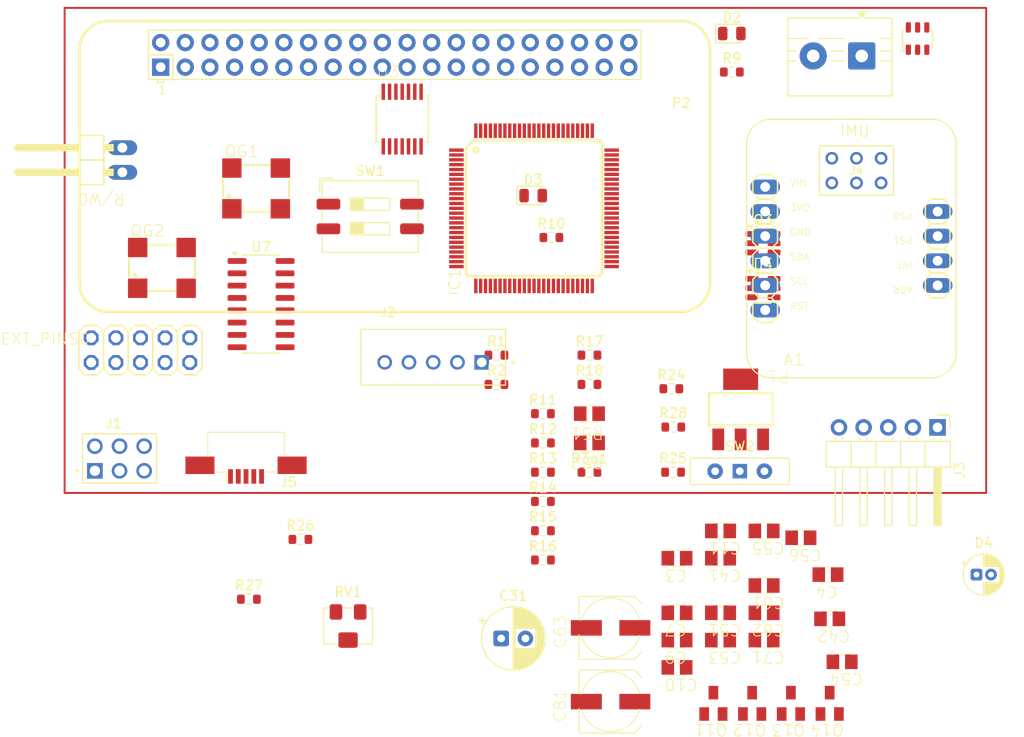
<source format=kicad_pcb>
(kicad_pcb (version 20241229) (generator "pcbnew") (generator_version "9.0")
  (layers (0 "F.Cu" signal) (2 "B.Cu" signal) (13 "F.Paste" user) (15 "B.Paste" user) (5 "F.SilkS" user "F.Silkscreen") (7 "B.SilkS" user "B.Silkscreen") (1 "F.Mask" user) (3 "B.Mask" user) (25 "Edge.Cuts" user))
  (net 0 "")
  (net 2 "/SCL")
  (net 4 "/SDA")
  (net 5 "GND")
  (net 10 "+5V")
  (net 11 "GND_battery")
  (net 12 "+7.5V")
  (net 13 "Net-(D4-K)")
  (net 14 "Net-(U4-EN)")
  (net 15 "Net-(U8-VC)")
  (net 16 "Net-(U8-VDD)")
  (net 17 "Net-(U3-VCCA)")
  (net 18 "Net-(U3-VCCB)")
  (net 19 "/AREF")
  (net 20 "/VCC_BAT")
  (net 21 "Net-(D2-K)")
  (net 22 "Net-(D3-A)")
  (net 23 "/ERW4")
  (net 24 "/ERW8")
  (net 25 "/ERW7")
  (net 26 "/ERW6")
  (net 27 "/ERW1")
  (net 28 "/ERW2")
  (net 29 "/ERW3")
  (net 30 "/ERW5")
  (net 31 "/LED1")
  (net 32 "/{slash}RESET")
  (net 35 "/TMS")
  (net 40 "/SENSOR3")
  (net 42 "/LED_BUILT_IN")
  (net 47 "/MISO")
  (net 49 "/TDI")
  (net 51 "/LED2")
  (net 54 "/TX0")
  (net 56 "/LED4")
  (net 68 "/SCK")
  (net 72 "/LED3")
  (net 73 "/SENSOR1")
  (net 76 "/TCK")
  (net 77 "/MOSI")
  (net 81 "/XTAL1")
  (net 83 "/RX0")
  (net 91 "/SS")
  (net 93 "/SENSOR2")
  (net 95 "Net-(IC1-PK1(ADC9{slash}PCINT17))")
  (net 98 "/TDO")
  (net 106 "/PWM")
  (net 110 "/SS_PI")
  (net 113 "/SCK_PI")
  (net 117 "/MODE")
  (net 124 "/MOSI_PI")
  (net 133 "+3V3")
  (net 134 "/MISO_PI")
  (net 140 "/LED2_PIN")
  (net 141 "/LED3_PIN")
  (net 142 "/LED1_PIN")
  (net 143 "/LED4_PIN")
  (net 145 "/SERVO_PWM")
  (net 146 "Net-(Q3-G2)")
  (net 147 "Net-(Q3-G1)")
  (net 148 "Net-(Q3-S1{slash}D2-Pad2)")
  (net 149 "/R15")
  (net 150 "/R11")
  (net 151 "/R12")
  (net 152 "/R16")
  (net 153 "/R17")
  (net 154 "/R13")
  (net 155 "/R14")
  (net 156 "/R18")
  (net 157 "Net-(QG2-OUT)")
  (net 160 "Net-(U4-FB)")
  (net 161 "Net-(D4-A)")
  (net 167 "Net-(U7-TXD)")
  (net 169 "Net-(J5-D-)")
  (net 172 "Net-(J5-D+)")
  (net 173 "Net-(U7-RXD)")
  (net 176 "Net-(U8-V-)")
  (net 178 "vcc_bat")
  (net 179 "BB")
  (footprint "Resistor_SMD:R_0603_1608Metric" (layer "F.Cu") (at 136.5128 80.8128)
    (property "Reference" "R2" (at 0 -1.43 0) (layer "F.SilkS"))
    (property "Value" "1K")
    (pad "1" smd roundrect (at -0.825 0) (size 0.8 0.95) (layers "F.Cu" "F.Mask" "F.Paste") (net 10 "+5V"))
    (pad "2" smd roundrect (at 0.825 0) (size 0.8 0.95) (layers "F.Cu" "F.Mask" "F.Paste") (net 93 "/SENSOR2"))
  )
  (footprint "Button_Switch_SMD:SW_DIP_SPSTx02_Slide_9.78x7.26mm_W8.61mm_P2.54mm" (layer "F.Cu") (at 123.5 63.5)
    (property "Reference" "SW1" (at 0 -4.69 0) (layer "F.SilkS"))
    (property "Value" "SW_DIP_x02")
    (pad "1" smd roundrect (at -4.305 -1.27) (size 2.44 1.12) (layers "F.Cu" "F.Mask" "F.Paste") (roundrect_rratio 0.223214) (net 17 "Net-(U3-VCCA)"))
    (pad "2" smd roundrect (at -4.305 1.27) (size 2.44 1.12) (layers "F.Cu" "F.Mask" "F.Paste") (roundrect_rratio 0.223214) (net 18 "Net-(U3-VCCB)"))
    (pad "3" smd roundrect (at 4.305 1.27) (size 2.44 1.12) (layers "F.Cu" "F.Mask" "F.Paste") (roundrect_rratio 0.223214) (net 10 "+5V"))
    (pad "4" smd roundrect (at 4.305 -1.27) (size 2.44 1.12) (layers "F.Cu" "F.Mask" "F.Paste") (roundrect_rratio 0.223214) (net 133 "+3V3"))
  )
  (footprint "Resistor_SMD:R_0603_1608Metric" (layer "F.Cu") (at 146.1 89.8632)
    (property "Reference" "R3o1" (at 0 -1.43 0) (layer "F.SilkS"))
    (property "Value" "1K")
    (pad "1" smd roundrect (at -0.825 0) (size 0.8 0.95) (layers "F.Cu" "F.Mask" "F.Paste") (net 10 "+5V"))
    (pad "2" smd roundrect (at 0.825 0) (size 0.8 0.95) (layers "F.Cu" "F.Mask" "F.Paste") (net 40 "/SENSOR3"))
  )
  (footprint "footprints_vehicle_pcb:C0805_10681391" (layer "F.Cu") (at 155.127 107.1712)
    (property "Reference" "C9" (at -1.34975 2.438 180) (layer "F.SilkS") (effects (font (size 1.176528 1.176528) (thickness 0.093472)) (justify right top)))
    (property "Value" "100nF" (hide yes))
    (pad "1" smd rect (at -0.95 0) (size 1.3 1.5) (layers "F.Cu" "F.Mask" "F.Paste") (net 15 "Net-(U8-VC)"))
    (pad "2" smd rect (at 0.95 0) (size 1.3 1.5) (layers "F.Cu" "F.Mask" "F.Paste") (net 11 "GND_battery"))
  )
  (footprint "footprints_vehicle_pcb:C0805_10681391" (layer "F.Cu") (at 155.127 104.3576)
    (property "Reference" "C7" (at -1.34975 2.438 180) (layer "F.SilkS") (effects (font (size 1.176528 1.176528) (thickness 0.093472)) (justify right top)))
    (property "Value" "220uF" (hide yes))
    (pad "1" smd rect (at -0.95 0) (size 1.3 1.5) (layers "F.Cu" "F.Mask" "F.Paste") (net 11 "GND_battery"))
    (pad "2" smd rect (at 0.95 0) (size 1.3 1.5) (layers "F.Cu" "F.Mask" "F.Paste") (net 14 "Net-(U4-EN)"))
  )
  (footprint "footprints_vehicle_pcb:C0805_10681391" (layer "F.Cu") (at 155.127 98.7304)
    (property "Reference" "C3" (at -1.34975 2.438 180) (layer "F.SilkS") (effects (font (size 1.176528 1.176528) (thickness 0.093472)) (justify right top)))
    (property "Value" "10uF" (hide yes))
    (pad "1" smd rect (at -0.95 0) (size 1.3 1.5) (layers "F.Cu" "F.Mask" "F.Paste") (net 12 "+7.5V"))
    (pad "2" smd rect (at 0.95 0) (size 1.3 1.5) (layers "F.Cu" "F.Mask" "F.Paste") (net 11 "GND_battery"))
  )
  (footprint "footprints_vehicle_pcb:C0805_10681391" (layer "F.Cu") (at 170.69 100.42)
    (property "Reference" "C4" (at -1.34975 2.438 180) (layer "F.SilkS") (effects (font (size 1.176528 1.176528) (thickness 0.093472)) (justify right top)))
    (property "Value" "220uF" (hide yes))
    (pad "1" smd rect (at -0.95 0) (size 1.3 1.5) (layers "F.Cu" "F.Mask" "F.Paste") (net 13 "Net-(D4-K)"))
    (pad "2" smd rect (at 0.95 0) (size 1.3 1.5) (layers "F.Cu" "F.Mask" "F.Paste") (net 11 "GND_battery"))
  )
  (footprint "footprints_vehicle_pcb:SOT23_NMOS" (layer "F.Cu") (at 162.8756 113.69)
    (property "Reference" "Q12" (at 1.524 2.032 180) (layer "F.SilkS") (effects (font (size 1.176528 1.176528) (thickness 0.093472)) (justify left bottom)))
    (property "Value" "BSS123" (hide yes))
    (pad "1" smd rect (at -0.95 1.1) (size 1 1.4) (layers "F.Cu" "F.Mask" "F.Paste") (net 151 "/R12"))
    (pad "2" smd rect (at 0.95 1.1) (size 1 1.4) (layers "F.Cu" "F.Mask" "F.Paste") (net 5 "GND"))
    (pad "3" smd rect (at 0 -1.1) (size 1 1.4) (layers "F.Cu" "F.Mask" "F.Paste") (net 152 "/R16"))
  )
  (footprint "footprints_vehicle_pcb:AVR_ISP_6_footprint" (layer "F.Cu") (at 173.63 58.77)
    (property "Reference" "J4" (at 0 0 0) (layer "F.SilkS") (effects (font (size 0.787402 0.787402))))
    (property "Value" "AVR-ISP-6")
    (pad "GND" thru_hole circle (at 2.54 -1.27) (size 1.308 1.308) (drill 0.8) (layers "*.Cu" "*.Mask"))
    (pad "MISO" thru_hole circle (at -2.54 1.27) (size 1.308 1.308) (drill 0.8) (layers "*.Cu" "*.Mask"))
    (pad "MOSI" thru_hole circle (at 0 -1.27) (size 1.308 1.308) (drill 0.8) (layers "*.Cu" "*.Mask"))
    (pad "RST" thru_hole circle (at 2.54 1.27) (size 1.308 1.308) (drill 0.8) (layers "*.Cu" "*.Mask"))
    (pad "SCK" thru_hole circle (at 0 1.27) (size 1.308 1.308) (drill 0.8) (layers "*.Cu" "*.Mask"))
    (pad "VCC" thru_hole circle (at -2.54 -1.27) (size 1.308 1.308) (drill 0.8) (layers "*.Cu" "*.Mask"))
  )
  (footprint "Resistor_SMD:R_0603_1608Metric" (layer "F.Cu") (at 116.305 96.79)
    (property "Reference" "R26" (at 0 -1.43 0) (layer "F.SilkS"))
    (property "Value" "1k")
    (pad "1" smd roundrect (at -0.825 0) (size 0.8 0.95) (layers "F.Cu" "F.Mask" "F.Paste") (net 173 "Net-(U7-RXD)"))
    (pad "2" smd roundrect (at 0.825 0) (size 0.8 0.95) (layers "F.Cu" "F.Mask" "F.Paste") (net 83 "/RX0"))
  )
  (footprint "footprints_vehicle_pcb:C0805_10681391" (layer "F.Cu") (at 164.1046 95.9168)
    (property "Reference" "C55" (at -1.34975 2.438 180) (layer "F.SilkS") (effects (font (size 1.176528 1.176528) (thickness 0.093472)) (justify right top)))
    (property "Value" "100nF" (hide yes))
    (pad "1" smd rect (at -0.95 0) (size 1.3 1.5) (layers "F.Cu" "F.Mask" "F.Paste") (net 10 "+5V"))
    (pad "2" smd rect (at 0.95 0) (size 1.3 1.5) (layers "F.Cu" "F.Mask" "F.Paste") (net 5 "GND"))
  )
  (footprint "Resistor_SMD:R_0603_1608Metric" (layer "F.Cu") (at 141.3064 95.8968)
    (property "Reference" "R15" (at 0 -1.43 0) (layer "F.SilkS"))
    (property "Value" "330")
    (pad "1" smd roundrect (at -0.825 0) (size 0.8 0.95) (layers "F.Cu" "F.Mask" "F.Paste") (net 149 "/R15"))
    (pad "2" smd roundrect (at 0.825 0) (size 0.8 0.95) (layers "F.Cu" "F.Mask" "F.Paste") (net 142 "/LED1_PIN"))
  )
  (footprint "footprints_vehicle_pcb:1X02_90_rpi" (layer "F.Cu") (at 94.14 57.68 90)
    (property "Reference" "R/W0" (at -3.312 4.155 180) (layer "F.SilkS") (effects (font (size 1.17856 1.17856) (thickness 0.09144)) (justify left bottom)))
    (property "Value" "PINHD-1X2/90" (hide yes))
    (pad "1" thru_hole oval (at -1.27 3.81 180) (size 3.048 1.524) (drill 1.016) (layers "*.Cu" "*.Mask") (net 5 "GND"))
    (pad "2" thru_hole oval (at 1.27 3.81 180) (size 3.048 1.524) (drill 1.016) (layers "*.Cu" "*.Mask") (net 117 "/MODE"))
  )
  (footprint "footprints_vehicle_pcb:TQFP100_atmega2560" (layer "F.Cu") (at 140.39 62.66)
    (property "Reference" "IC1" (at -7.507 9.11425 90) (layer "F.SilkS") (effects (font (size 1.176528 1.176528) (thickness 0.093472)) (justify left bottom)))
    (property "Value" "ATMEGAAU" (hide yes))
    (pad "1" smd rect (at -8 -6) (size 1.5 0.35) (layers "F.Cu" "F.Mask" "F.Paste"))
    (pad "2" smd rect (at -8 -5.5) (size 1.5 0.35) (layers "F.Cu" "F.Mask" "F.Paste"))
    (pad "3" smd rect (at -8 -5) (size 1.5 0.35) (layers "F.Cu" "F.Mask" "F.Paste") (net 54 "/TX0"))
    (pad "4" smd rect (at -8 -4.5) (size 1.5 0.35) (layers "F.Cu" "F.Mask" "F.Paste") (net 83 "/RX0"))
    (pad "5" smd rect (at -8 -4) (size 1.5 0.35) (layers "F.Cu" "F.Mask" "F.Paste"))
    (pad "6" smd rect (at -8 -3.5) (size 1.5 0.35) (layers "F.Cu" "F.Mask" "F.Paste"))
    (pad "7" smd rect (at -8 -3) (size 1.5 0.35) (layers "F.Cu" "F.Mask" "F.Paste"))
    (pad "8" smd rect (at -8 -2.5) (size 1.5 0.35) (layers "F.Cu" "F.Mask" "F.Paste") (net 106 "/PWM"))
    (pad "9" smd rect (at -8 -2) (size 1.5 0.35) (layers "F.Cu" "F.Mask" "F.Paste"))
    (pad "10" smd rect (at -8 -1.5) (size 1.5 0.35) (layers "F.Cu" "F.Mask" "F.Paste") (net 10 "+5V"))
    (pad "11" smd rect (at -8 -1) (size 1.5 0.35) (layers "F.Cu" "F.Mask" "F.Paste") (net 5 "GND"))
    (pad "12" smd rect (at -8 -0.5) (size 1.5 0.35) (layers "F.Cu" "F.Mask" "F.Paste"))
    (pad "13" smd rect (at -8 0) (size 1.5 0.35) (layers "F.Cu" "F.Mask" "F.Paste"))
    (pad "14" smd rect (at -8 0.5) (size 1.5 0.35) (layers "F.Cu" "F.Mask" "F.Paste"))
    (pad "15" smd rect (at -8 1) (size 1.5 0.35) (layers "F.Cu" "F.Mask" "F.Paste") (net 30 "/ERW5"))
    (pad "16" smd rect (at -8 1.5) (size 1.5 0.35) (layers "F.Cu" "F.Mask" "F.Paste") (net 26 "/ERW6"))
    (pad "17" smd rect (at -8 2) (size 1.5 0.35) (layers "F.Cu" "F.Mask" "F.Paste") (net 56 "/LED4"))
    (pad "18" smd rect (at -8 2.5) (size 1.5 0.35) (layers "F.Cu" "F.Mask" "F.Paste") (net 72 "/LED3"))
    (pad "19" smd rect (at -8 3) (size 1.5 0.35) (layers "F.Cu" "F.Mask" "F.Paste") (net 91 "/SS"))
    (pad "20" smd rect (at -8 3.5) (size 1.5 0.35) (layers "F.Cu" "F.Mask" "F.Paste") (net 68 "/SCK"))
    (pad "21" smd rect (at -8 4) (size 1.5 0.35) (layers "F.Cu" "F.Mask" "F.Paste") (net 77 "/MOSI"))
    (pad "22" smd rect (at -8 4.5) (size 1.5 0.35) (layers "F.Cu" "F.Mask" "F.Paste") (net 47 "/MISO"))
    (pad "23" smd rect (at -8 5) (size 1.5 0.35) (layers "F.Cu" "F.Mask" "F.Paste") (net 24 "/ERW8"))
    (pad "24" smd rect (at -8 5.5) (size 1.5 0.35) (layers "F.Cu" "F.Mask" "F.Paste") (net 25 "/ERW7"))
    (pad "25" smd rect (at -8 6) (size 1.5 0.35) (layers "F.Cu" "F.Mask" "F.Paste") (net 42 "/LED_BUILT_IN"))
    (pad "26" smd rect (at -6 8) (size 0.35 1.5) (layers "F.Cu" "F.Mask" "F.Paste") (net 31 "/LED1"))
    (pad "27" smd rect (at -5.5 8) (size 0.35 1.5) (layers "F.Cu" "F.Mask" "F.Paste") (net 51 "/LED2"))
    (pad "28" smd rect (at -5 8) (size 0.35 1.5) (layers "F.Cu" "F.Mask" "F.Paste"))
    (pad "29" smd rect (at -4.5 8) (size 0.35 1.5) (layers "F.Cu" "F.Mask" "F.Paste"))
    (pad "30" smd rect (at -4 8) (size 0.35 1.5) (layers "F.Cu" "F.Mask" "F.Paste") (net 32 "/{slash}RESET"))
    (pad "31" smd rect (at -3.5 8) (size 0.35 1.5) (layers "F.Cu" "F.Mask" "F.Paste") (net 10 "+5V"))
    (pad "32" smd rect (at -3 8) (size 0.35 1.5) (layers "F.Cu" "F.Mask" "F.Paste") (net 5 "GND"))
    (pad "33" smd rect (at -2.5 8) (size 0.35 1.5) (layers "F.Cu" "F.Mask" "F.Paste"))
    (pad "34" smd rect (at -2 8) (size 0.35 1.5) (layers "F.Cu" "F.Mask" "F.Paste") (net 81 "/XTAL1"))
    (pad "35" smd rect (at -1.5 8) (size 0.35 1.5) (layers "F.Cu" "F.Mask" "F.Paste"))
    (pad "36" smd rect (at -1 8) (size 0.35 1.5) (layers "F.Cu" "F.Mask" "F.Paste"))
    (pad "37" smd rect (at -0.5 8) (size 0.35 1.5) (layers "F.Cu" "F.Mask" "F.Paste"))
    (pad "38" smd rect (at 0 8) (size 0.35 1.5) (layers "F.Cu" "F.Mask" "F.Paste"))
    (pad "39" smd rect (at 0.5 8) (size 0.35 1.5) (layers "F.Cu" "F.Mask" "F.Paste"))
    (pad "40" smd rect (at 1 8) (size 0.35 1.5) (layers "F.Cu" "F.Mask" "F.Paste"))
    (pad "41" smd rect (at 1.5 8) (size 0.35 1.5) (layers "F.Cu" "F.Mask" "F.Paste"))
    (pad "42" smd rect (at 2 8) (size 0.35 1.5) (layers "F.Cu" "F.Mask" "F.Paste"))
    (pad "43" smd rect (at 2.5 8) (size 0.35 1.5) (layers "F.Cu" "F.Mask" "F.Paste") (net 2 "/SCL"))
    (pad "44" smd rect (at 3 8) (size 0.35 1.5) (layers "F.Cu" "F.Mask" "F.Paste") (net 4 "/SDA"))
    (pad "45" smd rect (at 3.5 8) (size 0.35 1.5) (layers "F.Cu" "F.Mask" "F.Paste"))
    (pad "46" smd rect (at 4 8) (size 0.35 1.5) (layers "F.Cu" "F.Mask" "F.Paste"))
    (pad "47" smd rect (at 4.5 8) (size 0.35 1.5) (layers "F.Cu" "F.Mask" "F.Paste"))
    (pad "48" smd rect (at 5 8) (size 0.35 1.5) (layers "F.Cu" "F.Mask" "F.Paste"))
    (pad "49" smd rect (at 5.5 8) (size 0.35 1.5) (layers "F.Cu" "F.Mask" "F.Paste"))
    (pad "50" smd rect (at 6 8) (size 0.35 1.5) (layers "F.Cu" "F.Mask" "F.Paste"))
    (pad "51" smd rect (at 8 6) (size 1.5 0.35) (layers "F.Cu" "F.Mask" "F.Paste"))
    (pad "52" smd rect (at 8 5.5) (size 1.5 0.35) (layers "F.Cu" "F.Mask" "F.Paste"))
    (pad "53" smd rect (at 8 5) (size 1.5 0.35) (layers "F.Cu" "F.Mask" "F.Paste"))
    (pad "54" smd rect (at 8 4.5) (size 1.5 0.35) (layers "F.Cu" "F.Mask" "F.Paste"))
    (pad "55" smd rect (at 8 4) (size 1.5 0.35) (layers "F.Cu" "F.Mask" "F.Paste"))
    (pad "56" smd rect (at 8 3.5) (size 1.5 0.35) (layers "F.Cu" "F.Mask" "F.Paste"))
    (pad "57" smd rect (at 8 3) (size 1.5 0.35) (layers "F.Cu" "F.Mask" "F.Paste"))
    (pad "58" smd rect (at 8 2.5) (size 1.5 0.35) (layers "F.Cu" "F.Mask" "F.Paste"))
    (pad "59" smd rect (at 8 2) (size 1.5 0.35) (layers "F.Cu" "F.Mask" "F.Paste"))
    (pad "60" smd rect (at 8 1.5) (size 1.5 0.35) (layers "F.Cu" "F.Mask" "F.Paste"))
    (pad "61" smd rect (at 8 1) (size 1.5 0.35) (layers "F.Cu" "F.Mask" "F.Paste") (net 10 "+5V"))
    (pad "62" smd rect (at 8 0.5) (size 1.5 0.35) (layers "F.Cu" "F.Mask" "F.Paste") (net 5 "GND"))
    (pad "63" smd rect (at 8 0) (size 1.5 0.35) (layers "F.Cu" "F.Mask" "F.Paste"))
    (pad "64" smd rect (at 8 -0.5) (size 1.5 0.35) (layers "F.Cu" "F.Mask" "F.Paste"))
    (pad "65" smd rect (at 8 -1) (size 1.5 0.35) (layers "F.Cu" "F.Mask" "F.Paste"))
    (pad "66" smd rect (at 8 -1.5) (size 1.5 0.35) (layers "F.Cu" "F.Mask" "F.Paste"))
    (pad "67" smd rect (at 8 -2) (size 1.5 0.35) (layers "F.Cu" "F.Mask" "F.Paste"))
    (pad "68" smd rect (at 8 -2.5) (size 1.5 0.35) (layers "F.Cu" "F.Mask" "F.Paste"))
    (pad "69" smd rect (at 8 -3) (size 1.5 0.35) (layers "F.Cu" "F.Mask" "F.Paste"))
    (pad "70" smd rect (at 8 -3.5) (size 1.5 0.35) (layers "F.Cu" "F.Mask" "F.Paste"))
    (pad "71" smd rect (at 8 -4) (size 1.5 0.35) (layers "F.Cu" "F.Mask" "F.Paste") (net 27 "/ERW1"))
    (pad "72" smd rect (at 8 -4.5) (size 1.5 0.35) (layers "F.Cu" "F.Mask" "F.Paste") (net 28 "/ERW2"))
    (pad "73" smd rect (at 8 -5) (size 1.5 0.35) (layers "F.Cu" "F.Mask" "F.Paste") (net 29 "/ERW3"))
    (pad "74" smd rect (at 8 -5.5) (size 1.5 0.35) (layers "F.Cu" "F.Mask" "F.Paste") (net 23 "/ERW4"))
    (pad "75" smd rect (at 8 -6) (size 1.5 0.35) (layers "F.Cu" "F.Mask" "F.Paste"))
    (pad "76" smd rect (at 6 -8) (size 0.35 1.5) (layers "F.Cu" "F.Mask" "F.Paste"))
    (pad "77" smd rect (at 5.5 -8) (size 0.35 1.5) (layers "F.Cu" "F.Mask" "F.Paste"))
    (pad "78" smd rect (at 5 -8) (size 0.35 1.5) (layers "F.Cu" "F.Mask" "F.Paste"))
    (pad "79" smd rect (at 4.5 -8) (size 0.35 1.5) (layers "F.Cu" "F.Mask" "F.Paste"))
    (pad "80" smd rect (at 4 -8) (size 0.35 1.5) (layers "F.Cu" "F.Mask" "F.Paste") (net 10 "+5V"))
    (pad "81" smd rect (at 3.5 -8) (size 0.35 1.5) (layers "F.Cu" "F.Mask" "F.Paste") (net 5 "GND"))
    (pad "82" smd rect (at 3 -8) (size 0.35 1.5) (layers "F.Cu" "F.Mask" "F.Paste"))
    (pad "83" smd rect (at 2.5 -8) (size 0.35 1.5) (layers "F.Cu" "F.Mask" "F.Paste"))
    (pad "84" smd rect (at 2 -8) (size 0.35 1.5) (layers "F.Cu" "F.Mask" "F.Paste"))
    (pad "85" smd rect (at 1.5 -8) (size 0.35 1.5) (layers "F.Cu" "F.Mask" "F.Paste") (net 73 "/SENSOR1"))
    (pad "86" smd rect (at 1 -8) (size 0.35 1.5) (layers "F.Cu" "F.Mask" "F.Paste") (net 93 "/SENSOR2"))
    (pad "87" smd rect (at 0.5 -8) (size 0.35 1.5) (layers "F.Cu" "F.Mask" "F.Paste") (net 40 "/SENSOR3"))
    (pad "88" smd rect (at 0 -8) (size 0.35 1.5) (layers "F.Cu" "F.Mask" "F.Paste") (net 95 "Net-(IC1-PK1(ADC9{slash}PCINT17))"))
    (pad "89" smd rect (at -0.5 -8) (size 0.35 1.5) (layers "F.Cu" "F.Mask" "F.Paste"))
    (pad "90" smd rect (at -1 -8) (size 0.35 1.5) (layers "F.Cu" "F.Mask" "F.Paste") (net 49 "/TDI"))
    (pad "91" smd rect (at -1.5 -8) (size 0.35 1.5) (layers "F.Cu" "F.Mask" "F.Paste") (net 98 "/TDO"))
    (pad "92" smd rect (at -2 -8) (size 0.35 1.5) (layers "F.Cu" "F.Mask" "F.Paste") (net 35 "/TMS"))
    (pad "93" smd rect (at -2.5 -8) (size 0.35 1.5) (layers "F.Cu" "F.Mask" "F.Paste") (net 76 "/TCK"))
    (pad "94" smd rect (at -3 -8) (size 0.35 1.5) (layers "F.Cu" "F.Mask" "F.Paste"))
    (pad "95" smd rect (at -3.5 -8) (size 0.35 1.5) (layers "F.Cu" "F.Mask" "F.Paste"))
    (pad "96" smd rect (at -4 -8) (size 0.35 1.5) (layers "F.Cu" "F.Mask" "F.Paste"))
    (pad "97" smd rect (at -4.5 -8) (size 0.35 1.5) (layers "F.Cu" "F.Mask" "F.Paste"))
    (pad "98" smd rect (at -5 -8) (size 0.35 1.5) (layers "F.Cu" "F.Mask" "F.Paste") (net 19 "/AREF"))
    (pad "99" smd rect (at -5.5 -8) (size 0.35 1.5) (layers "F.Cu" "F.Mask" "F.Paste") (net 5 "GND"))
    (pad "100" smd rect (at -6 -8) (size 0.35 1.5) (layers "F.Cu" "F.Mask" "F.Paste") (net 10 "+5V"))
  )
  (footprint "footprints_vehicle_pcb:C0805_10681391" (layer "F.Cu") (at 164.1046 101.544)
    (property "Reference" "C61" (at -1.34975 2.438 180) (layer "F.SilkS") (effects (font (size 1.176528 1.176528) (thickness 0.093472)) (justify right top)))
    (property "Value" "100nF" (hide yes))
    (pad "1" smd rect (at -0.95 0) (size 1.3 1.5) (layers "F.Cu" "F.Mask" "F.Paste") (net 178 "vcc_bat"))
    (pad "2" smd rect (at 0.95 0) (size 1.3 1.5) (layers "F.Cu" "F.Mask" "F.Paste") (net 5 "GND"))
  )
  (footprint "Resistor_SMD:R_0603_1608Metric" (layer "F.Cu") (at 154.725 89.8632)
    (property "Reference" "R25" (at 0 -1.43 0) (layer "F.SilkS"))
    (property "Value" "330")
    (pad "1" smd roundrect (at -0.825 0) (size 0.8 0.95) (layers "F.Cu" "F.Mask" "F.Paste") (net 178 "vcc_bat"))
    (pad "2" smd roundrect (at 0.825 0) (size 0.8 0.95) (layers "F.Cu" "F.Mask" "F.Paste") (net 16 "Net-(U8-VDD)"))
  )
  (footprint "Resistor_SMD:R_0603_1608Metric" (layer "F.Cu") (at 154.545 81.26)
    (property "Reference" "R24" (at 0 -1.43 0) (layer "F.SilkS"))
    (property "Value" "1K")
    (pad "1" smd roundrect (at -0.825 0) (size 0.8 0.95) (layers "F.Cu" "F.Mask" "F.Paste") (net 176 "Net-(U8-V-)"))
    (pad "2" smd roundrect (at 0.825 0) (size 0.8 0.95) (layers "F.Cu" "F.Mask" "F.Paste") (net 5 "GND"))
  )
  (footprint "footprints_vehicle_pcb:R0805_10681391" (layer "F.Cu") (at 146.1 83.8296)
    (property "Reference" "R51" (at 1.524 1.3335 180) (layer "F.SilkS") (effects (font (size 1.176528 1.176528) (thickness 0.093472)) (justify left bottom)))
    (property "Value" "10k 0,1%" (hide yes))
    (pad "1" smd rect (at -0.95 0) (size 1.3 1.5) (layers "F.Cu" "F.Mask" "F.Paste") (net 95 "Net-(IC1-PK1(ADC9{slash}PCINT17))"))
    (pad "2" smd rect (at 0.95 0) (size 1.3 1.5) (layers "F.Cu" "F.Mask" "F.Paste") (net 20 "/VCC_BAT"))
  )
  (footprint "LED_SMD:LED_0805_2012Metric" (layer "F.Cu") (at 160.78 44.64)
    (property "Reference" "D2" (at 0 -1.65 0) (layer "F.SilkS"))
    (property "Value" "LED")
    (pad "1" smd roundrect (at -0.9375 0) (size 0.975 1.4) (layers "F.Cu" "F.Mask" "F.Paste") (net 21 "Net-(D2-K)"))
    (pad "2" smd roundrect (at 0.9375 0) (size 0.975 1.4) (layers "F.Cu" "F.Mask" "F.Paste") (net 10 "+5V"))
  )
  (footprint "footprints_vehicle_pcb:C0805_10681391" (layer "F.Cu") (at 164.1046 107.1712)
    (property "Reference" "C71" (at -1.34975 2.438 180) (layer "F.SilkS") (effects (font (size 1.176528 1.176528) (thickness 0.093472)) (justify right top)))
    (property "Value" "10nF" (hide yes))
    (pad "1" smd rect (at -0.95 0) (size 1.3 1.5) (layers "F.Cu" "F.Mask" "F.Paste") (net 5 "GND"))
    (pad "2" smd rect (at 0.95 0) (size 1.3 1.5) (layers "F.Cu" "F.Mask" "F.Paste") (net 10 "+5V"))
  )
  (footprint "Resistor_SMD:R_0603_1608Metric" (layer "F.Cu") (at 160.78 48.61)
    (property "Reference" "R9" (at 0 -1.43 0) (layer "F.SilkS"))
    (property "Value" "330")
    (pad "1" smd roundrect (at -0.825 0) (size 0.8 0.95) (layers "F.Cu" "F.Mask" "F.Paste") (net 21 "Net-(D2-K)"))
    (pad "2" smd roundrect (at 0.825 0) (size 0.8 0.95) (layers "F.Cu" "F.Mask" "F.Paste") (net 5 "GND"))
  )
  (footprint "footprints_vehicle_pcb:UD-6,3X5,8_Electrolytic_CAP" (layer "F.Cu") (at 148.2826 105.9124)
    (property "Reference" "C63" (at -5.8928 -1.3716 90) (layer "F.SilkS") (effects (font (size 1.195222 1.195222) (thickness 0.074778)) (justify right top)))
    (property "Value" "220uF" (hide yes))
    (pad "+" smd rect (at 2.5 0) (size 3.2 1.6) (layers "F.Cu" "F.Mask" "F.Paste") (net 10 "+5V"))
    (pad "-" smd rect (at -2.5 0) (size 3.2 1.6) (layers "F.Cu" "F.Mask" "F.Paste") (net 5 "GND"))
  )
  (footprint "footprints_vehicle_pcb:PinHeader_1x05_P2.54mm_Horizontal" (layer "F.Cu") (at 181.985 85.245 -90)
    (property "Reference" "J3" (at 4.385 -2.27 90) (layer "F.SilkS"))
    (property "Value" "Conn_01x05")
    (pad "1" thru_hole rect (at 0 0 270) (size 1.7 1.7) (drill 1) (layers "*.Cu" "*.Mask") (net 145 "/SERVO_PWM"))
    (pad "2" thru_hole oval (at 0 2.54 270) (size 1.7 1.7) (drill 1) (layers "*.Cu" "*.Mask") (net 178 "vcc_bat"))
    (pad "3" thru_hole oval (at 0 5.08 270) (size 1.7 1.7) (drill 1) (layers "*.Cu" "*.Mask") (net 5 "GND"))
    (pad "4" thru_hole oval (at 0 7.62 270) (size 1.7 1.7) (drill 1) (layers "*.Cu" "*.Mask") (net 5 "GND"))
    (pad "5" thru_hole oval (at 0 10.16 270) (size 1.7 1.7) (drill 1) (layers "*.Cu" "*.Mask") (net 106 "/PWM"))
  )
  (footprint "Resistor_SMD:R_0603_1608Metric" (layer "F.Cu") (at 141.3064 89.8632)
    (property "Reference" "R13" (at 0 -1.43 0) (layer "F.SilkS"))
    (property "Value" "180")
    (pad "1" smd roundrect (at -0.825 0) (size 0.8 0.95) (layers "F.Cu" "F.Mask" "F.Paste") (net 72 "/LED3"))
    (pad "2" smd roundrect (at 0.825 0) (size 0.8 0.95) (layers "F.Cu" "F.Mask" "F.Paste") (net 154 "/R13"))
  )
  (footprint "footprints_vehicle_pcb:C0805_10681391" (layer "F.Cu") (at 155.127 109.9848)
    (property "Reference" "C10" (at -1.34975 2.438 180) (layer "F.SilkS") (effects (font (size 1.176528 1.176528) (thickness 0.093472)) (justify right top)))
    (property "Value" "10nF" (hide yes))
    (pad "1" smd rect (at -0.95 0) (size 1.3 1.5) (layers "F.Cu" "F.Mask" "F.Paste") (net 5 "GND"))
    (pad "2" smd rect (at 0.95 0) (size 1.3 1.5) (layers "F.Cu" "F.Mask" "F.Paste") (net 10 "+5V"))
  )
  (footprint "Capacitor_THT:CP_Radial_D6.3mm_P2.50mm" (layer "F.Cu") (at 137 107)
    (property "Reference" "C31" (at 1.25 -4.4 0) (layer "F.SilkS"))
    (property "Value" "220uF")
    (pad "1" thru_hole roundrect (at 0 0) (size 1.6 1.6) (drill 0.8) (layers "*.Cu" "*.Mask") (roundrect_rratio 0.15625))
    (pad "2" thru_hole circle (at 2.5 0) (size 1.6 1.6) (drill 0.8) (layers "*.Cu" "*.Mask"))
  )
  (footprint "footprints_vehicle_pcb:C0805_10681391" (layer "F.Cu") (at 167.9 96.62)
    (property "Reference" "C56" (at -1.34975 2.438 180) (layer "F.SilkS") (effects (font (size 1.176528 1.176528) (thickness 0.093472)) (justify right top)))
    (property "Value" "100nF" (hide yes))
    (pad "1" smd rect (at -0.95 0) (size 1.3 1.5) (layers "F.Cu" "F.Mask" "F.Paste") (net 10 "+5V"))
    (pad "2" smd rect (at 0.95 0) (size 1.3 1.5) (layers "F.Cu" "F.Mask" "F.Paste") (net 5 "GND"))
  )
  (footprint "footprints_vehicle_pcb:C0805_10681391" (layer "F.Cu") (at 159.6158 104.3576)
    (property "Reference" "C51" (at -1.34975 2.438 180) (layer "F.SilkS") (effects (font (size 1.176528 1.176528) (thickness 0.093472)) (justify right top)))
    (property "Value" "100nF" (hide yes))
    (pad "1" smd rect (at -0.95 0) (size 1.3 1.5) (layers "F.Cu" "F.Mask" "F.Paste") (net 19 "/AREF"))
    (pad "2" smd rect (at 0.95 0) (size 1.3 1.5) (layers "F.Cu" "F.Mask" "F.Paste") (net 5 "GND"))
  )
  (footprint "LED_SMD:LED_0805_2012Metric" (layer "F.Cu") (at 140.3025 61.35)
    (property "Reference" "D3" (at 0 -1.65 0) (layer "F.SilkS"))
    (property "Value" "LED")
    (pad "1" smd roundrect (at -0.9375 0) (size 0.975 1.4) (layers "F.Cu" "F.Mask" "F.Paste") (net 5 "GND"))
    (pad "2" smd roundrect (at 0.9375 0) (size 0.975 1.4) (layers "F.Cu" "F.Mask" "F.Paste") (net 22 "Net-(D3-A)"))
  )
  (footprint "footprints_vehicle_pcb:SOT23_NMOS" (layer "F.Cu") (at 170.87 113.69)
    (property "Reference" "Q14" (at 1.524 2.032 180) (layer "F.SilkS") (effects (font (size 1.176528 1.176528) (thickness 0.093472)) (justify left bottom)))
    (property "Value" "BSS123" (hide yes))
    (pad "1" smd rect (at -0.95 1.1) (size 1 1.4) (layers "F.Cu" "F.Mask" "F.Paste") (net 155 "/R14"))
    (pad "2" smd rect (at 0.95 1.1) (size 1 1.4) (layers "F.Cu" "F.Mask" "F.Paste") (net 5 "GND"))
    (pad "3" smd rect (at 0 -1.1) (size 1 1.4) (layers "F.Cu" "F.Mask" "F.Paste") (net 156 "/R18"))
  )
  (footprint "footprints_vehicle_pcb:SM77H_crystal_oscillator" (layer "F.Cu") (at 111.74 60.61)
    (property "Reference" "QG1" (at -3.3195 -3.1435 0) (layer "F.SilkS") (effects (font (size 1.176528 1.176528) (thickness 0.093472)) (justify left bottom)))
    (property "Value" "XO91" (hide yes))
    (pad "1" smd rect (at -2.5 2.1 90) (size 2 2) (layers "F.Cu" "F.Mask" "F.Paste") (net 10 "+5V"))
    (pad "2" smd rect (at 2.5 2.1 90) (size 2 2) (layers "F.Cu" "F.Mask" "F.Paste") (net 5 "GND"))
    (pad "3" smd rect (at 2.5 -2.1 270) (size 2 2) (layers "F.Cu" "F.Mask" "F.Paste") (net 81 "/XTAL1"))
    (pad "4" smd rect (at -2.5 -2.1 270) (size 2 2) (layers "F.Cu" "F.Mask" "F.Paste") (net 10 "+5V"))
  )
  (footprint "Resistor_SMD:R_0603_1608Metric" (layer "F.Cu") (at 154.745 85.21)
    (property "Reference" "R28" (at 0 -1.43 0) (layer "F.SilkS"))
    (property "Value" "330")
    (pad "1" smd roundrect (at -0.825 0) (size 0.8 0.95) (layers "F.Cu" "F.Mask" "F.Paste") (net 179 "BB"))
    (pad "2" smd roundrect (at 0.825 0) (size 0.8 0.95) (layers "F.Cu" "F.Mask" "F.Paste") (net 15 "Net-(U8-VC)"))
  )
  (footprint "Resistor_SMD:R_0603_1608Metric" (layer "F.Cu") (at 141.3064 86.8464)
    (property "Reference" "R12" (at 0 -1.43 0) (layer "F.SilkS"))
    (property "Value" "180")
    (pad "1" smd roundrect (at -0.825 0) (size 0.8 0.95) (layers "F.Cu" "F.Mask" "F.Paste") (net 51 "/LED2"))
    (pad "2" smd roundrect (at 0.825 0) (size 0.8 0.95) (layers "F.Cu" "F.Mask" "F.Paste") (net 151 "/R12"))
  )
  (footprint "footprints_vehicle_pcb:C0805_10681391" (layer "F.Cu") (at 159.6158 107.1712)
    (property "Reference" "C53" (at -1.34975 2.438 180) (layer "F.SilkS") (effects (font (size 1.176528 1.176528) (thickness 0.093472)) (justify right top)))
    (property "Value" "100nF" (hide yes))
    (pad "1" smd rect (at -0.95 0) (size 1.3 1.5) (layers "F.Cu" "F.Mask" "F.Paste") (net 10 "+5V"))
    (pad "2" smd rect (at 0.95 0) (size 1.3 1.5) (layers "F.Cu" "F.Mask" "F.Paste") (net 5 "GND"))
  )
  (footprint "TerminalBlock:TerminalBlock_MaiXu_MX126-5.0-02P_1x02_P5.00mm" (layer "F.Cu") (at 174.17 46.9525 180)
    (property "Reference" "P2" (at 18.6034 -4.8424 0) (layer "F.SilkS"))
    (property "Value" "OSTTE020104")
    (pad "1" thru_hole roundrect (at 0 0 180) (size 2.8 2.8) (drill 1.3) (layers "*.Cu" "*.Mask") (roundrect_rratio 0.089286) (net 178 "vcc_bat"))
    (pad "2" thru_hole circle (at 5 0 180) (size 2.8 2.8) (drill 1.3) (layers "*.Cu" "*.Mask") (net 11 "GND_battery"))
  )
  (footprint "Button_Switch_THT:SW_Slide-03_Wuerth-WS-SLTV_10x2.5x6.4_P2.54mm" (layer "F.Cu") (at 161.6 89.76)
    (property "Reference" "SW2" (at 0 -2.54 0) (layer "F.SilkS"))
    (property "Value" "SW_SPDT_312")
    (pad "1" thru_hole rect (at 0 0) (size 1.5 1.5) (drill 0.8) (layers "*.Cu" "*.Mask"))
    (pad "2" thru_hole circle (at -2.54 0) (size 1.6 1.6) (drill 0.8) (layers "*.Cu" "*.Mask") (net 12 "+7.5V"))
    (pad "3" thru_hole circle (at 2.54 0) (size 1.6 1.6) (drill 0.8) (layers "*.Cu" "*.Mask") (net 178 "vcc_bat"))
  )
  (footprint "footprints_vehicle_pcb:C0805_10681391" (layer "F.Cu") (at 159.6158 98.7304)
    (property "Reference" "C41" (at -1.34975 2.438 180) (layer "F.SilkS") (effects (font (size 1.176528 1.176528) (thickness 0.093472)) (justify right top)))
    (property "Value" "100nF" (hide yes))
    (pad "1" smd rect (at -0.95 0) (size 1.3 1.5) (layers "F.Cu" "F.Mask" "F.Paste") (net 17 "Net-(U3-VCCA)"))
    (pad "2" smd rect (at 0.95 0) (size 1.3 1.5) (layers "F.Cu" "F.Mask" "F.Paste") (net 5 "GND"))
  )
  (footprint "footprints_vehicle_pcb:TXB0104PWR" (layer "F.Cu") (at 126.8 53.46 -90)
    (property "Reference" "U3" (at -4.1656 2.6924 0) (layer "F.SilkS") (effects (font (size 1.198372 1.198372) (thickness 0.071628)) (justify left bottom)))
    (property "Value" "TXB0104PWR" (hide yes))
    (pad "1" smd rect (at -2.8194 -1.95 270) (size 1.6764 0.3556) (layers "F.Cu" "F.Mask" "F.Paste") (net 17 "Net-(U3-VCCA)"))
    (pad "2" smd rect (at -2.8194 -1.3 270) (size 1.6764 0.3556) (layers "F.Cu" "F.Mask" "F.Paste") (net 110 "/SS_PI"))
    (pad "3" smd rect (at -2.8194 -0.65 270) (size 1.6764 0.3556) (layers "F.Cu" "F.Mask" "F.Paste") (net 113 "/SCK_PI"))
    (pad "4" smd rect (at -2.8194 0 270) (size 1.6764 0.3556) (layers "F.Cu" "F.Mask" "F.Paste") (net 124 "/MOSI_PI"))
    (pad "5" smd rect (at -2.8194 0.65 270) (size 1.6764 0.3556) (layers "F.Cu" "F.Mask" "F.Paste") (net 134 "/MISO_PI"))
    (pad "6" smd rect (at -2.8194 1.3 270) (size 1.6764 0.3556) (layers "F.Cu" "F.Mask" "F.Paste"))
    (pad "7" smd rect (at -2.8194 1.95 270) (size 1.6764 0.3556) (layers "F.Cu" "F.Mask" "F.Paste") (net 5 "GND"))
    (pad "8" smd rect (at 2.8194 1.95 270) (size 1.6764 0.3556) (layers "F.Cu" "F.Mask" "F.Paste") (net 133 "+3V3"))
    (pad "9" smd rect (at 2.8194 1.3 270) (size 1.6764 0.3556) (layers "F.Cu" "F.Mask" "F.Paste"))
    (pad "10" smd rect (at 2.8194 0.65 270) (size 1.6764 0.3556) (layers "F.Cu" "F.Mask" "F.Paste") (net 47 "/MISO"))
    (pad "11" smd rect (at 2.8194 0 270) (size 1.6764 0.3556) (layers "F.Cu" "F.Mask" "F.Paste") (net 77 "/MOSI"))
    (pad "12" smd rect (at 2.8194 -0.65 270) (size 1.6764 0.3556) (layers "F.Cu" "F.Mask" "F.Paste") (net 68 "/SCK"))
    (pad "13" smd rect (at 2.8194 -1.3 270) (size 1.6764 0.3556) (layers "F.Cu" "F.Mask" "F.Paste") (net 91 "/SS"))
    (pad "14" smd rect (at 2.8194 -1.95 270) (size 1.6764 0.3556) (layers "F.Cu" "F.Mask" "F.Paste") (net 18 "Net-(U3-VCCB)"))
  )
  (footprint "Potentiometer_SMD:Potentiometer_Bourns_3214W_Vertical" (layer "F.Cu") (at 121.22 105.72)
    (property "Reference" "RV1" (at 0 -3.5 0) (layer "F.SilkS"))
    (property "Value" "R_Potentiometer")
    (pad "1" smd roundrect (at 1.25 -1.45) (size 1.3 1.6) (layers "F.Cu" "F.Mask" "F.Paste") (roundrect_rratio 0.192308) (net 13 "Net-(D4-K)"))
    (pad "2" smd roundrect (at 0 1.45) (size 2 1.6) (layers "F.Cu" "F.Mask" "F.Paste") (roundrect_rratio 0.15625) (net 160 "Net-(U4-FB)"))
    (pad "3" smd roundrect (at -1.25 -1.45) (size 1.3 1.6) (layers "F.Cu" "F.Mask" "F.Paste") (roundrect_rratio 0.192308) (net 160 "Net-(U4-FB)"))
  )
  (footprint "Resistor_SMD:R_0603_1608Metric" (layer "F.Cu") (at 142.18 65.67)
    (property "Reference" "R10" (at 0 -1.43 0) (layer "F.SilkS"))
    (property "Value" "330")
    (pad "1" smd roundrect (at -0.825 0) (size 0.8 0.95) (layers "F.Cu" "F.Mask" "F.Paste") (net 22 "Net-(D3-A)"))
    (pad "2" smd roundrect (at 0.825 0) (size 0.8 0.95) (layers "F.Cu" "F.Mask" "F.Paste") (net 42 "/LED_BUILT_IN"))
  )
  (footprint "footprints_vehicle_pcb:C0805_10681391" (layer "F.Cu") (at 159.6158 95.9168)
    (property "Reference" "C11" (at -1.34975 2.438 180) (layer "F.SilkS") (effects (font (size 1.176528 1.176528) (thickness 0.093472)) (justify right top)))
    (property "Value" "100nF" (hide yes))
    (pad "1" smd rect (at -0.95 0) (size 1.3 1.5) (layers "F.Cu" "F.Mask" "F.Paste") (net 16 "Net-(U8-VDD)"))
    (pad "2" smd rect (at 0.95 0) (size 1.3 1.5) (layers "F.Cu" "F.Mask" "F.Paste") (net 11 "GND_battery"))
  )
  (footprint "footprints_vehicle_pcb:C0805_10681391" (layer "F.Cu") (at 172.15 109.41)
    (property "Reference" "C54" (at -1.34975 2.438 180) (layer "F.SilkS") (effects (font (size 1.176528 1.176528) (thickness 0.093472)) (justify right top)))
    (property "Value" "100nF" (hide yes))
    (pad "1" smd rect (at -0.95 0) (size 1.3 1.5) (layers "F.Cu" "F.Mask" "F.Paste") (net 10 "+5V"))
    (pad "2" smd rect (at 0.95 0) (size 1.3 1.5) (layers "F.Cu" "F.Mask" "F.Paste") (net 5 "GND"))
  )
  (footprint "Resistor_SMD:R_0603_1608Metric" (layer "F.Cu") (at 146.1 80.8128)
    (property "Reference" "R18" (at 0 -1.43 0) (layer "F.SilkS"))
    (property "Value" "330")
    (pad "1" smd roundrect (at -0.825 0) (size 0.8 0.95) (layers "F.Cu" "F.Mask" "F.Paste") (net 156 "/R18"))
    (pad "2" smd roundrect (at 0.825 0) (size 0.8 0.95) (layers "F.Cu" "F.Mask" "F.Paste") (net 143 "/LED4_PIN"))
  )
  (footprint "footprints_vehicle_pcb:R0805_10681391" (layer "F.Cu") (at 146.1 86.8464)
    (property "Reference" "R52" (at 1.524 1.3335 180) (layer "F.SilkS") (effects (font (size 1.176528 1.176528) (thickness 0.093472)) (justify left bottom)))
    (property "Value" "1k 0,1%" (hide yes))
    (pad "1" smd rect (at -0.95 0) (size 1.3 1.5) (layers "F.Cu" "F.Mask" "F.Paste") (net 5 "GND"))
    (pad "2" smd rect (at 0.95 0) (size 1.3 1.5) (layers "F.Cu" "F.Mask" "F.Paste") (net 95 "Net-(IC1-PK1(ADC9{slash}PCINT17))"))
  )
  (footprint "footprints_vehicle_pcb:UD-6,3X5,8_Electrolytic_CAP" (layer "F.Cu") (at 148.2826 113.514)
    (property "Reference" "C81" (at -5.8928 -1.3716 90) (layer "F.SilkS") (effects (font (size 1.195222 1.195222) (thickness 0.074778)) (justify right top)))
    (property "Value" "220uF" (hide yes))
    (pad "+" smd rect (at 2.5 0) (size 3.2 1.6) (layers "F.Cu" "F.Mask" "F.Paste") (net 178 "vcc_bat"))
    (pad "-" smd rect (at -2.5 0) (size 3.2 1.6) (layers "F.Cu" "F.Mask" "F.Paste") (net 11 "GND_battery"))
  )
  (footprint "Resistor_SMD:R_0603_1608Metric" (layer "F.Cu") (at 146.1 77.796)
    (property "Reference" "R17" (at 0 -1.43 0) (layer "F.SilkS"))
    (property "Value" "330")
    (pad "1" smd roundrect (at -0.825 0) (size 0.8 0.95) (layers "F.Cu" "F.Mask" "F.Paste") (net 153 "/R17"))
    (pad "2" smd roundrect (at 0.825 0) (size 0.8 0.95) (layers "F.Cu" "F.Mask" "F.Paste") (net 141 "/LED3_PIN"))
  )
  (footprint "footprints_vehicle_pcb:SOT223_ncp1117" (layer "F.Cu") (at 161.69 83.38)
    (property "Reference" "P1" (at 2.667 -2.667 180) (layer "F.SilkS") (effects (font (size 1.210178 1.210178) (thickness 0.059822)) (justify right top)))
    (property "Value" "NCP1117" (hide yes))
    (pad "1" smd rect (at -2.3114 3.0988) (size 1.2192 2.2352) (layers "F.Cu" "F.Mask" "F.Paste") (net 5 "GND"))
    (pad "2" smd rect (at 0 3.0988) (size 1.2192 2.2352) (layers "F.Cu" "F.Mask" "F.Paste") (net 10 "+5V"))
    (pad "3" smd rect (at 2.3114 3.0988) (size 1.2192 2.2352) (layers "F.Cu" "F.Mask" "F.Paste") (net 178 "vcc_bat"))
    (pad "4" smd rect (at 0 -3.099) (size 3.6 2.2) (layers "F.Cu" "F.Mask" "F.Paste") (net 10 "+5V"))
  )
  (footprint "footprints_vehicle_pcb:SM77H_crystal_oscillator" (layer "F.Cu") (at 102.03 68.8)
    (property "Reference" "QG2" (at -3.3195 -3.1435 0) (layer "F.SilkS") (effects (font (size 1.176528 1.176528) (thickness 0.093472)) (justify left bottom)))
    (property "Value" "XO91" (hide yes))
    (pad "1" smd rect (at -2.5 2.1 90) (size 2 2) (layers "F.Cu" "F.Mask" "F.Paste") (net 10 "+5V"))
    (pad "2" smd rect (at 2.5 2.1 90) (size 2 2) (layers "F.Cu" "F.Mask" "F.Paste") (net 5 "GND"))
    (pad "3" smd rect (at 2.5 -2.1 270) (size 2 2) (layers "F.Cu" "F.Mask" "F.Paste") (net 157 "Net-(QG2-OUT)"))
    (pad "4" smd rect (at -2.5 -2.1 270) (size 2 2) (layers "F.Cu" "F.Mask" "F.Paste") (net 10 "+5V"))
  )
  (footprint "footprints_vehicle_pcb:SOT23_NMOS" (layer "F.Cu") (at 158.8784 113.69)
    (property "Reference" "Q11" (at 1.524 2.032 180) (layer "F.SilkS") (effects (font (size 1.176528 1.176528) (thickness 0.093472)) (justify left bottom)))
    (property "Value" "BSS123" (hide yes))
    (pad "1" smd rect (at -0.95 1.1) (size 1 1.4) (layers "F.Cu" "F.Mask" "F.Paste") (net 150 "/R11"))
    (pad "2" smd rect (at 0.95 1.1) (size 1 1.4) (layers "F.Cu" "F.Mask" "F.Paste") (net 5 "GND"))
    (pad "3" smd rect (at 0 -1.1) (size 1 1.4) (layers "F.Cu" "F.Mask" "F.Paste") (net 149 "/R15"))
  )
  (footprint "Package_TO_SOT_SMD:SOT-23-6" (layer "F.Cu") (at 163.9976 66.26)
    (property "Reference" "Q3" (at 0 -2.4 0) (layer "F.SilkS"))
    (property "Value" "DMG9926UDM")
    (pad "1" smd roundrect (at -1.1375 -0.95) (size 1.325 0.6) (layers "F.Cu" "F.Mask" "F.Paste") (net 5 "GND"))
    (pad "2" smd roundrect (at -1.1375 0) (size 1.325 0.6) (layers "F.Cu" "F.Mask" "F.Paste") (net 148 "Net-(Q3-S1{slash}D2-Pad2)"))
    (pad "3" smd roundrect (at -1.1375 0.95) (size 1.325 0.6) (layers "F.Cu" "F.Mask" "F.Paste") (net 11 "GND_battery"))
    (pad "4" smd roundrect (at 1.1375 0.95) (size 1.325 0.6) (layers "F.Cu" "F.Mask" "F.Paste") (net 146 "Net-(Q3-G2)"))
    (pad "5" smd roundrect (at 1.1375 0) (size 1.325 0.6) (layers "F.Cu" "F.Mask" "F.Paste") (net 148 "Net-(Q3-S1{slash}D2-Pad2)"))
    (pad "6" smd roundrect (at 1.1375 -0.95) (size 1.325 0.6) (layers "F.Cu" "F.Mask" "F.Paste") (net 147 "Net-(Q3-G1)"))
  )
  (footprint "Resistor_SMD:R_0603_1608Metric" (layer "F.Cu") (at 110.995 102.96)
    (property "Reference" "R27" (at 0 -1.43 0) (layer "F.SilkS"))
    (property "Value" "1k")
    (pad "1" smd roundrect (at -0.825 0) (size 0.8 0.95) (layers "F.Cu" "F.Mask" "F.Paste") (net 167 "Net-(U7-TXD)"))
    (pad "2" smd roundrect (at 0.825 0) (size 0.8 0.95) (layers "F.Cu" "F.Mask" "F.Paste") (net 54 "/TX0"))
  )
  (footprint "Resistor_SMD:R_0603_1608Metric" (layer "F.Cu") (at 141.3064 83.8296)
    (property "Reference" "R11" (at 0 -1.43 0) (layer "F.SilkS"))
    (property "Value" "180")
    (pad "1" smd roundrect (at -0.825 0) (size 0.8 0.95) (layers "F.Cu" "F.Mask" "F.Paste") (net 31 "/LED1"))
    (pad "2" smd roundrect (at 0.825 0) (size 0.8 0.95) (layers "F.Cu" "F.Mask" "F.Paste") (net 150 "/R11"))
  )
  (footprint "footprints_vehicle_pcb:C0805_10681391" (layer "F.Cu") (at 170.87 104.98)
    (property "Reference" "C42" (at -1.34975 2.438 180) (layer "F.SilkS") (effects (font (size 1.176528 1.176528) (thickness 0.093472)) (justify right top)))
    (property "Value" "100nF" (hide yes))
    (pad "1" smd rect (at -0.95 0) (size 1.3 1.5) (layers "F.Cu" "F.Mask" "F.Paste") (net 18 "Net-(U3-VCCB)"))
    (pad "2" smd rect (at 0.95 0) (size 1.3 1.5) (layers "F.Cu" "F.Mask" "F.Paste") (net 5 "GND"))
  )
  (footprint "footprints_vehicle_pcb:HARWIN_M20-9980346" (layer "F.Cu") (at 97.66 88.45)
    (property "Reference" "J1" (at -0.595 -3.635 0) (layer "F.SilkS"))
    (property "Value" "Conn_02x03_Counter_Clockwise")
    (pad "1" thru_hole rect (at -2.54 1.27) (size 1.605 1.605) (drill 1.07) (layers "*.Cu" "*.Mask") (net 10 "+5V"))
    (pad "2" thru_hole circle (at -2.54 -1.27) (size 1.605 1.605) (drill 1.07) (layers "*.Cu" "*.Mask") (net 141 "/LED3_PIN"))
    (pad "3" thru_hole circle (at 0 1.27) (size 1.605 1.605) (drill 1.07) (layers "*.Cu" "*.Mask") (net 142 "/LED1_PIN"))
    (pad "4" thru_hole circle (at 0 -1.27) (size 1.605 1.605) (drill 1.07) (layers "*.Cu" "*.Mask") (net 140 "/LED2_PIN"))
    (pad "5" thru_hole circle (at 2.54 1.27) (size 1.605 1.605) (drill 1.07) (layers "*.Cu" "*.Mask") (net 143 "/LED4_PIN"))
    (pad "6" thru_hole circle (at 2.54 -1.27) (size 1.605 1.605) (drill 1.07) (layers "*.Cu" "*.Mask") (net 5 "GND"))
  )
  (footprint "footprints_vehicle_pcb:SOT23_NMOS" (layer "F.Cu") (at 166.8728 113.69)
    (property "Reference" "Q13" (at 1.524 2.032 180) (layer "F.SilkS") (effects (font (size 1.176528 1.176528) (thickness 0.093472)) (justify left bottom)))
    (property "Value" "BSS123" (hide yes))
    (pad "1" smd rect (at -0.95 1.1) (size 1 1.4) (layers "F.Cu" "F.Mask" "F.Paste") (net 154 "/R13"))
    (pad "2" smd rect (at 0.95 1.1) (size 1 1.4) (layers "F.Cu" "F.Mask" "F.Paste") (net 5 "GND"))
    (pad "3" smd rect (at 0 -1.1) (size 1 1.4) (layers "F.Cu" "F.Mask" "F.Paste") (net 153 "/R17"))
  )
  (footprint "footprints_vehicle_pcb:BNO055_IMU" (layer "F.Cu") (at 173.11 66.8)
    (property "Reference" "A1" (at -7.0612 12.1412 0) (layer "F.SilkS") (effects (font (size 1.17856 1.17856) (thickness 0.09144)) (justify left bottom)))
    (property "Value" "BNO055" (hide yes))
    (fp_text user "INT" (at 6.35 1.27 180) (layer "F.SilkS") (effects (font (size 0.70104 0.70104) (thickness 0.06096)) (justify left bottom)))
    (fp_text user "ADR" (at 6.35 3.81 180) (layer "F.SilkS") (effects (font (size 0.70104 0.70104) (thickness 0.06096)) (justify left bottom)))
    (fp_text user "SCL" (at -6.35 3.81 0) (layer "F.SilkS") (effects (font (size 0.70104 0.70104) (thickness 0.06096)) (justify left bottom)))
    (fp_text user "VIN" (at -6.35 -6.35 0) (layer "F.SilkS") (effects (font (size 0.70104 0.70104) (thickness 0.06096)) (justify left bottom)))
    (fp_text user "IMU" (at -1.27 -11.43 0) (layer "F.SilkS") (effects (font (size 1.1684 1.1684) (thickness 0.1016)) (justify left bottom)))
    (fp_text user "PS0" (at 6.35 -3.81 180) (layer "F.SilkS") (effects (font (size 0.70104 0.70104) (thickness 0.06096)) (justify left bottom)))
    (fp_text user "SDA" (at -6.35 1.27 0) (layer "F.SilkS") (effects (font (size 0.70104 0.70104) (thickness 0.06096)) (justify left bottom)))
    (fp_text user "PS1" (at 6.35 -1.27 180) (layer "F.SilkS") (effects (font (size 0.70104 0.70104) (thickness 0.06096)) (justify left bottom)))
    (fp_text user "3VO" (at -6.35 -3.81 0) (layer "F.SilkS") (effects (font (size 0.70104 0.70104) (thickness 0.06096)) (justify left bottom)))
    (fp_text user "RST" (at -6.35 6.35 0) (layer "F.SilkS") (effects (font (size 0.70104 0.70104) (thickness 0.06096)) (justify left bottom)))
    (fp_text user "GND" (at -6.35 -1.27 0) (layer "F.SilkS") (effects (font (size 0.70104 0.70104) (thickness 0.06096)) (justify left bottom)))
    (pad "1" thru_hole oval (at -8.89 -6.35) (size 3.048 1.524) (drill 1.016) (layers "*.Cu" "*.Mask") (net 10 "+5V"))
    (pad "2" thru_hole oval (at -8.89 -3.81) (size 3.048 1.524) (drill 1.016) (layers "*.Cu" "*.Mask"))
    (pad "3" thru_hole oval (at -8.89 -1.27) (size 3.048 1.524) (drill 1.016) (layers "*.Cu" "*.Mask") (net 5 "GND"))
    (pad "4" thru_hole oval (at -8.89 1.27) (size 3.048 1.524) (drill 1.016) (layers "*.Cu" "*.Mask") (net 4 "/SDA"))
    (pad "5" thru_hole oval (at -8.89 3.81) (size 3.048 1.524) (drill 1.016) (layers "*.Cu" "*.Mask") (net 2 "/SCL"))
    (pad "6" thru_hole oval (at -8.89 6.35) (size 3.048 1.524) (drill 1.016) (layers "*.Cu" "*.Mask"))
    (pad "7" thru_hole oval (at 8.89 3.81 180) (size 3.048 1.524) (drill 1.016) (layers "*.Cu" "*.Mask"))
    (pad "8" thru_hole oval (at 8.89 1.27 180) (size 3.048 1.524) (drill 1.016) (layers "*.Cu" "*.Mask"))
    (pad "9" thru_hole oval (at 8.89 -1.27 180) (size 3.048 1.524) (drill 1.016) (layers "*.Cu" "*.Mask"))
    (pad "10" thru_hole oval (at 8.89 -3.81 180) (size 3.048 1.524) (drill 1.016) (layers "*.Cu" "*.Mask"))
  )
  (footprint "Resistor_SMD:R_0603_1608Metric" (layer "F.Cu") (at 136.5128 77.796)
    (property "Reference" "R1" (at 0 -1.43 0) (layer "F.SilkS"))
    (property "Value" "1K")
    (pad "1" smd roundrect (at -0.825 0) (size 0.8 0.95) (layers "F.Cu" "F.Mask" "F.Paste") (net 10 "+5V"))
    (pad "2" smd roundrect (at 0.825 0) (size 0.8 0.95) (layers "F.Cu" "F.Mask" "F.Paste") (net 73 "/SENSOR1"))
  )
  (footprint "Capacitor_THT:CP_Radial_D4.0mm_P1.50mm" (layer "F.Cu") (at 186 100.42)
    (property "Reference" "D4" (at 0.75 -3.25 0) (layer "F.SilkS"))
    (property "Value" "D_Schottky")
    (pad "1" thru_hole roundrect (at 0 0) (size 1.2 1.2) (drill 0.6) (layers "*.Cu" "*.Mask") (roundrect_rratio 0.208333) (net 13 "Net-(D4-K)"))
    (pad "2" thru_hole circle (at 1.5 0) (size 1.2 1.2) (drill 0.6) (layers "*.Cu" "*.Mask") (net 161 "Net-(D4-A)"))
  )
  (footprint "Connector_USB:USB_Mini-B_AdamTech_MUSB-B5-S-VT-TSMT-1_SMD_Vertical" (layer "F.Cu") (at 110.7 88.7 90)
    (property "Reference" "J5" (at -2.18 4.39 0) (layer "F.SilkS"))
    (property "Value" "USB_B_Mini")
    (pad "" np_thru_hole circle (at 1.85 -3 180) (size 1 1) (drill 1) (layers "*.Cu" "*.Mask"))
    (pad "" np_thru_hole circle (at 1.85 3 180) (size 1 1) (drill 1) (layers "*.Cu" "*.Mask"))
    (pad "1" smd rect (at -1.6 -1.6 180) (size 0.5 1.5) (layers "F.Cu" "F.Mask" "F.Paste") (net 10 "+5V"))
    (pad "2" smd rect (at -1.6 -0.8 180) (size 0.5 1.5) (layers "F.Cu" "F.Mask" "F.Paste") (net 169 "Net-(J5-D-)"))
    (pad "3" smd rect (at -1.6 0 180) (size 0.5 1.5) (layers "F.Cu" "F.Mask" "F.Paste") (net 172 "Net-(J5-D+)"))
    (pad "4" smd rect (at -1.6 0.8 180) (size 0.5 1.5) (layers "F.Cu" "F.Mask" "F.Paste"))
    (pad "5" smd rect (at -1.6 1.6 180) (size 0.5 1.5) (layers "F.Cu" "F.Mask" "F.Paste") (net 5 "GND"))
    (pad "6" smd rect (at -0.45 -4.75 180) (size 3 1.8) (layers "F.Cu" "F.Mask" "F.Paste") (net 5 "GND"))
    (pad "6" smd rect (at -0.45 4.75 180) (size 3 1.8) (layers "F.Cu" "F.Mask" "F.Paste") (net 5 "GND"))
  )
  (footprint "footprints_vehicle_pcb:2X05_EXT_PINS" (layer "F.Cu") (at 99.82 77.28)
    (property "Reference" "EXT_PINS0" (at -14.48225 -0.464 0) (layer "F.SilkS") (effects (font (size 1.17856 1.17856) (thickness 0.09144)) (justify left bottom)))
    (property "Value" "PINHD-2X5" (hide yes))
    (pad "1" thru_hole roundrect (at -5.08 1.27) (size 1.524 1.524) (drill 1.016) (layers "*.Cu" "*.Mask") (chamfer_ratio 0.2928932188) (chamfer top_left top_right bottom_left bottom_right) (net 10 "+5V"))
    (pad "2" thru_hole roundrect (at -5.08 -1.27) (size 1.524 1.524) (drill 1.016) (layers "*.Cu" "*.Mask") (chamfer_ratio 0.2928932188) (chamfer top_left top_right bottom_left bottom_right) (net 5 "GND"))
    (pad "3" thru_hole roundrect (at -2.54 1.27) (size 1.524 1.524) (drill 1.016) (layers "*.Cu" "*.Mask") (chamfer_ratio 0.2928932188) (chamfer top_left top_right bottom_left bottom_right) (net 27 "/ERW1"))
    (pad "4" thru_hole roundrect (at -2.54 -1.27) (size 1.524 1.524) (drill 1.016) (layers "*.Cu" "*.Mask") (chamfer_ratio 0.2928932188) (chamfer top_left top_right bottom_left bottom_right) (net 30 "/ERW5"))
    (pad "5" thru_hole roundrect (at 0 1.27) (size 1.524 1.524) (drill 1.016) (layers "*.Cu" "*.Mask") (chamfer_ratio 0.2928932188) (chamfer top_left top_right bottom_left bottom_right) (net 28 "/ERW2"))
    (pad "6" thru_hole roundrect (at 0 -1.27) (size 1.524 1.524) (drill 1.016) (layers "*.Cu" "*.Mask") (chamfer_ratio 0.2928932188) (chamfer top_left top_right bottom_left bottom_right) (net 26 "/ERW6"))
    (pad "7" thru_hole roundrect (at 2.54 1.27) (size 1.524 1.524) (drill 1.016) (layers "*.Cu" "*.Mask") (chamfer_ratio 0.2928932188) (chamfer top_left top_right bottom_left bottom_right) (net 29 "/ERW3"))
    (pad "8" thru_hole roundrect (at 2.54 -1.27) (size 1.524 1.524) (drill 1.016) (layers "*.Cu" "*.Mask") (chamfer_ratio 0.2928932188) (chamfer top_left top_right bottom_left bottom_right) (net 25 "/ERW7"))
    (pad "9" thru_hole roundrect (at 5.08 1.27) (size 1.524 1.524) (drill 1.016) (layers "*.Cu" "*.Mask") (chamfer_ratio 0.2928932188) (chamfer top_left top_right bottom_left bottom_right) (net 23 "/ERW4"))
    (pad "10" thru_hole roundrect (at 5.08 -1.27) (size 1.524 1.524) (drill 1.016) (layers "*.Cu" "*.Mask") (chamfer_ratio 0.2928932188) (chamfer top_left top_right bottom_left bottom_right) (net 24 "/ERW8"))
  )
  (footprint "Resistor_SMD:R_0603_1608Metric" (layer "F.Cu") (at 141.3064 98.9136)
    (property "Reference" "R16" (at 0 -1.43 0) (layer "F.SilkS"))
    (property "Value" "330")
    (pad "1" smd roundrect (at -0.825 0) (size 0.8 0.95) (layers "F.Cu" "F.Mask" "F.Paste") (net 152 "/R16"))
    (pad "2" smd roundrect (at 0.825 0) (size 0.8 0.95) (layers "F.Cu" "F.Mask" "F.Paste") (net 140 "/LED2_PIN"))
  )
  (footprint "footprints_vehicle_pcb:C0805_10681391" (layer "F.Cu") (at 164.1046 104.3576)
    (property "Reference" "C62" (at -1.34975 2.438 180) (layer "F.SilkS") (effects (font (size 1.176528 1.176528) (thickness 0.093472)) (justify right top)))
    (property "Value" "100nF" (hide yes))
    (pad "1" smd rect (at -0.95 0) (size 1.3 1.5) (layers "F.Cu" "F.Mask" "F.Paste") (net 10 "+5V"))
    (pad "2" smd rect (at 0.95 0) (size 1.3 1.5) (layers "F.Cu" "F.Mask" "F.Paste") (net 5 "GND"))
  )
  (footprint "footprints_vehicle_pcb:rpi_zero_w" (layer "F.Cu") (at 93.53 73.34)
    (property "Reference" "IC2" (hide yes))
    (property "Value" "RPI-ZERO" (hide yes))
    (fp_text user "1" (at 8.0525 -22.3725 0) (layer "F.SilkS") (effects (font (size 0.9144 0.9144) (thickness 0.1016)) (justify left bottom)))
    (pad "1" thru_hole rect (at 8.37 -25.23) (size 1.778 1.778) (drill 1) (layers "*.Cu" "*.Mask") (net 133 "+3V3"))
    (pad "2" thru_hole circle (at 8.37 -27.77) (size 1.778 1.778) (drill 1) (layers "*.Cu" "*.Mask") (net 10 "+5V"))
    (pad "3" thru_hole circle (at 10.91 -25.23) (size 1.778 1.778) (drill 1) (layers "*.Cu" "*.Mask"))
    (pad "4" thru_hole circle (at 10.91 -27.77) (size 1.778 1.778) (drill 1) (layers "*.Cu" "*.Mask") (net 10 "+5V"))
    (pad "5" thru_hole circle (at 13.45 -25.23) (size 1.778 1.778) (drill 1) (layers "*.Cu" "*.Mask"))
    (pad "6" thru_hole circle (at 13.45 -27.77) (size 1.778 1.778) (drill 1) (layers "*.Cu" "*.Mask") (net 5 "GND"))
    (pad "7" thru_hole circle (at 15.99 -25.23) (size 1.778 1.778) (drill 1) (layers "*.Cu" "*.Mask"))
    (pad "8" thru_hole circle (at 15.99 -27.77) (size 1.778 1.778) (drill 1) (layers "*.Cu" "*.Mask"))
    (pad "9" thru_hole circle (at 18.53 -25.23) (size 1.778 1.778) (drill 1) (layers "*.Cu" "*.Mask") (net 5 "GND"))
    (pad "10" thru_hole circle (at 18.53 -27.77) (size 1.778 1.778) (drill 1) (layers "*.Cu" "*.Mask"))
    (pad "11" thru_hole circle (at 21.07 -25.23) (size 1.778 1.778) (drill 1) (layers "*.Cu" "*.Mask"))
    (pad "12" thru_hole circle (at 21.07 -27.77) (size 1.778 1.778) (drill 1) (layers "*.Cu" "*.Mask"))
    (pad "13" thru_hole circle (at 23.61 -25.23) (size 1.778 1.778) (drill 1) (layers "*.Cu" "*.Mask"))
    (pad "14" thru_hole circle (at 23.61 -27.77) (size 1.778 1.778) (drill 1) (layers "*.Cu" "*.Mask") (net 5 "GND"))
    (pad "15" thru_hole circle (at 26.15 -25.23) (size 1.778 1.778) (drill 1) (layers "*.Cu" "*.Mask"))
    (pad "16" thru_hole circle (at 26.15 -27.77) (size 1.778 1.778) (drill 1) (layers "*.Cu" "*.Mask"))
    (pad "17" thru_hole circle (at 28.69 -25.23) (size 1.778 1.778) (drill 1) (layers "*.Cu" "*.Mask"))
    (pad "18" thru_hole circle (at 28.69 -27.77) (size 1.778 1.778) (drill 1) (layers "*.Cu" "*.Mask"))
    (pad "19" thru_hole circle (at 31.23 -25.23) (size 1.778 1.778) (drill 1) (layers "*.Cu" "*.Mask") (net 124 "/MOSI_PI"))
    (pad "20" thru_hole circle (at 31.23 -27.77) (size 1.778 1.778) (drill 1) (layers "*.Cu" "*.Mask") (net 5 "GND"))
    (pad "21" thru_hole circle (at 33.77 -25.23) (size 1.778 1.778) (drill 1) (layers "*.Cu" "*.Mask") (net 134 "/MISO_PI"))
    (pad "22" thru_hole circle (at 33.77 -27.77) (size 1.778 1.778) (drill 1) (layers "*.Cu" "*.Mask"))
    (pad "23" thru_hole circle (at 36.31 -25.23) (size 1.778 1.778) (drill 1) (layers "*.Cu" "*.Mask") (net 113 "/SCK_PI"))
    (pad "24" thru_hole circle (at 36.31 -27.77) (size 1.778 1.778) (drill 1) (layers "*.Cu" "*.Mask") (net 110 "/SS_PI"))
    (pad "25" thru_hole circle (at 38.85 -25.23) (size 1.778 1.778) (drill 1) (layers "*.Cu" "*.Mask") (net 5 "GND"))
    (pad "26" thru_hole circle (at 38.85 -27.77) (size 1.778 1.778) (drill 1) (layers "*.Cu" "*.Mask"))
    (pad "27" thru_hole circle (at 41.39 -25.23) (size 1.778 1.778) (drill 1) (layers "*.Cu" "*.Mask"))
    (pad "28" thru_hole circle (at 41.39 -27.77) (size 1.778 1.778) (drill 1) (layers "*.Cu" "*.Mask"))
    (pad "29" thru_hole circle (at 43.93 -25.23) (size 1.778 1.778) (drill 1) (layers "*.Cu" "*.Mask") (net 117 "/MODE"))
    (pad "30" thru_hole circle (at 43.93 -27.77) (size 1.778 1.778) (drill 1) (layers "*.Cu" "*.Mask") (net 5 "GND"))
    (pad "31" thru_hole circle (at 46.47 -25.23) (size 1.778 1.778) (drill 1) (layers "*.Cu" "*.Mask"))
    (pad "32" thru_hole circle (at 46.47 -27.77) (size 1.778 1.778) (drill 1) (layers "*.Cu" "*.Mask"))
    (pad "33" thru_hole circle (at 49.01 -25.23) (size 1.778 1.778) (drill 1) (layers "*.Cu" "*.Mask"))
    (pad "34" thru_hole circle (at 49.01 -27.77) (size 1.778 1.778) (drill 1) (layers "*.Cu" "*.Mask") (net 5 "GND"))
    (pad "35" thru_hole circle (at 51.55 -25.23) (size 1.778 1.778) (drill 1) (layers "*.Cu" "*.Mask"))
    (pad "36" thru_hole circle (at 51.55 -27.77) (size 1.778 1.778) (drill 1) (layers "*.Cu" "*.Mask"))
    (pad "37" thru_hole circle (at 54.09 -25.23) (size 1.778 1.778) (drill 1) (layers "*.Cu" "*.Mask"))
    (pad "38" thru_hole circle (at 54.09 -27.77) (size 1.778 1.778) (drill 1) (layers "*.Cu" "*.Mask"))
    (pad "39" thru_hole circle (at 56.63 -25.23) (size 1.778 1.778) (drill 1) (layers "*.Cu" "*.Mask") (net 5 "GND"))
    (pad "40" thru_hole circle (at 56.63 -27.77) (size 1.778 1.778) (drill 1) (layers "*.Cu" "*.Mask"))
  )
  (footprint "Resistor_SMD:R_0603_1608Metric" (layer "F.Cu") (at 141.3064 92.88)
    (property "Reference" "R14" (at 0 -1.43 0) (layer "F.SilkS"))
    (property "Value" "180")
    (pad "1" smd roundrect (at -0.825 0) (size 0.8 0.95) (layers "F.Cu" "F.Mask" "F.Paste") (net 56 "/LED4"))
    (pad "2" smd roundrect (at 0.825 0) (size 0.8 0.95) (layers "F.Cu" "F.Mask" "F.Paste") (net 155 "/R14"))
  )
  (footprint "footprints_vehicle_pcb:JST_B5B-XH-A" (layer "F.Cu") (at 129.9975 78.01)
    (property "Reference" "J2" (at -4.7 -4.6 0) (layer "F.SilkS") (effects (font (size 0.944882 0.944882))))
    (property "Value" "Conn_02x03_Counter_Clockwise")
    (pad "1" thru_hole rect (at 5 0.525) (size 1.508 1.508) (drill 1) (layers "*.Cu" "*.Mask") (net 10 "+5V"))
    (pad "2" thru_hole circle (at 2.5 0.525) (size 1.508 1.508) (drill 1) (layers "*.Cu" "*.Mask") (net 40 "/SENSOR3"))
    (pad "3" thru_hole circle (at 0 0.525) (size 1.508 1.508) (drill 1) (layers "*.Cu" "*.Mask") (net 73 "/SENSOR1"))
    (pad "4" thru_hole circle (at -2.5 0.525) (size 1.508 1.508) (drill 1) (layers "*.Cu" "*.Mask"))
    (pad "5" thru_hole circle (at -5 0.525) (size 1.508 1.508) (drill 1) (layers "*.Cu" "*.Mask") (net 93 "/SENSOR2"))
  )
  (footprint "Package_SO:SOIC-16_3.9x9.9mm_P1.27mm" (layer "F.Cu") (at 112.25 72.535)
    (property "Reference" "U7" (at 0 -5.9 0) (layer "F.SilkS"))
    (property "Value" "CH340G")
    (pad "1" smd roundrect (at -2.475 -4.445) (size 1.95 0.6) (layers "F.Cu" "F.Mask" "F.Paste") (net 5 "GND"))
    (pad "2" smd roundrect (at -2.475 -3.175) (size 1.95 0.6) (layers "F.Cu" "F.Mask" "F.Paste") (net 167 "Net-(U7-TXD)"))
    (pad "3" smd roundrect (at -2.475 -1.905) (size 1.95 0.6) (layers "F.Cu" "F.Mask" "F.Paste") (net 173 "Net-(U7-RXD)"))
    (pad "4" smd roundrect (at -2.475 -0.635) (size 1.95 0.6) (layers "F.Cu" "F.Mask" "F.Paste"))
    (pad "5" smd roundrect (at -2.475 0.635) (size 1.95 0.6) (layers "F.Cu" "F.Mask" "F.Paste") (net 172 "Net-(J5-D+)"))
    (pad "6" smd roundrect (at -2.475 1.905) (size 1.95 0.6) (layers "F.Cu" "F.Mask" "F.Paste") (net 169 "Net-(J5-D-)"))
    (pad "7" smd roundrect (at -2.475 3.175) (size 1.95 0.6) (layers "F.Cu" "F.Mask" "F.Paste") (net 157 "Net-(QG2-OUT)"))
    (pad "8" smd roundrect (at -2.475 4.445) (size 1.95 0.6) (layers "F.Cu" "F.Mask" "F.Paste"))
    (pad "9" smd roundrect (at 2.475 4.445) (size 1.95 0.6) (layers "F.Cu" "F.Mask" "F.Paste"))
    (pad "10" smd roundrect (at 2.475 3.175) (size 1.95 0.6) (layers "F.Cu" "F.Mask" "F.Paste"))
    (pad "11" smd roundrect (at 2.475 1.905) (size 1.95 0.6) (layers "F.Cu" "F.Mask" "F.Paste"))
    (pad "12" smd roundrect (at 2.475 0.635) (size 1.95 0.6) (layers "F.Cu" "F.Mask" "F.Paste"))
    (pad "13" smd roundrect (at 2.475 -0.635) (size 1.95 0.6) (layers "F.Cu" "F.Mask" "F.Paste"))
    (pad "14" smd roundrect (at 2.475 -1.905) (size 1.95 0.6) (layers "F.Cu" "F.Mask" "F.Paste"))
    (pad "15" smd roundrect (at 2.475 -3.175) (size 1.95 0.6) (layers "F.Cu" "F.Mask" "F.Paste"))
    (pad "16" smd roundrect (at 2.475 -4.445) (size 1.95 0.6) (layers "F.Cu" "F.Mask" "F.Paste") (net 10 "+5V"))
  )
  (footprint "Package_TO_SOT_SMD:SOT-23-6" (layer "F.Cu") (at 163.9976 70.885)
    (property "Reference" "U4" (at 0 -2.4 0) (layer "F.SilkS"))
    (property "Value" "MT3608")
    (pad "1" smd roundrect (at -1.1375 -0.95) (size 1.325 0.6) (layers "F.Cu" "F.Mask" "F.Paste") (net 161 "Net-(D4-A)"))
    (pad "2" smd roundrect (at -1.1375 0) (size 1.325 0.6) (layers "F.Cu" "F.Mask" "F.Paste") (net 11 "GND_battery"))
    (pad "3" smd roundrect (at -1.1375 0.95) (size 1.325 0.6) (layers "F.Cu" "F.Mask" "F.Paste") (net 160 "Net-(U4-FB)"))
    (pad "4" smd roundrect (at 1.1375 0.95) (size 1.325 0.6) (layers "F.Cu" "F.Mask" "F.Paste") (net 14 "Net-(U4-EN)"))
    (pad "5" smd roundrect (at 1.1375 0) (size 1.325 0.6) (layers "F.Cu" "F.Mask" "F.Paste") (net 14 "Net-(U4-EN)"))
    (pad "6" smd roundrect (at 1.1375 -0.95) (size 1.325 0.6) (layers "F.Cu" "F.Mask" "F.Paste"))
  )
  (footprint "PCM_JLCPCB:SOT-23-6_L2.9-W1.6-P0.95-LS2.8-BL" (layer "F.Cu") (at 179.93 45.16)
    (property "Reference" "U8" (hide yes))
    (property "Value" "R5460N")
    (pad "1" smd roundrect (at -0.95 1.15) (size 0.53 1.07) (layers "F.Cu" "F.Mask" "F.Paste") (net 146 "Net-(Q3-G2)"))
    (pad "2" smd roundrect (at 0 1.15) (size 0.53 1.07) (layers "F.Cu" "F.Mask" "F.Paste") (net 147 "Net-(Q3-G1)"))
    (pad "3" smd roundrect (at 0.95 1.15) (size 0.53 1.07) (layers "F.Cu" "F.Mask" "F.Paste") (net 176 "Net-(U8-V-)"))
    (pad "4" smd roundrect (at 0.95 -1.15) (size 0.53 1.07) (layers "F.Cu" "F.Mask" "F.Paste") (net 15 "Net-(U8-VC)"))
    (pad "5" smd roundrect (at 0 -1.15) (size 0.53 1.07) (layers "F.Cu" "F.Mask" "F.Paste") (net 16 "Net-(U8-VDD)"))
    (pad "6" smd roundrect (at -0.95 -1.15) (size 0.53 1.07) (layers "F.Cu" "F.Mask" "F.Paste") (net 11 "GND_battery"))
  )
  (gr_rect (start 92 42) (end 187 92) (stroke (width 0.2)) (fill no) (layer "F.Cu"))
)
</source>
